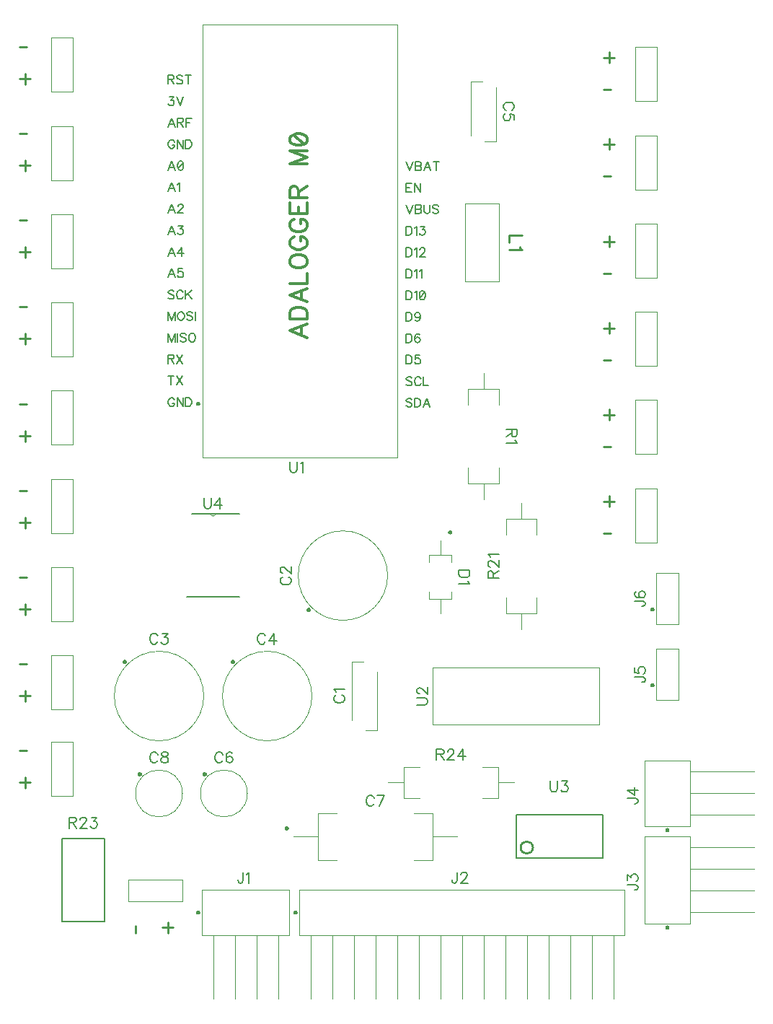
<source format=gbr>
G04 DipTrace 4.2.0.1*
G04 TopSilk.gbr*
%MOIN*%
G04 #@! TF.FileFunction,Legend,Top*
G04 #@! TF.Part,Single*
%ADD10C,0.004724*%
%ADD27C,0.004699*%
%ADD36C,0.005*%
%ADD39C,0.008005*%
%ADD40C,0.01*%
%ADD42C,0.005997*%
%ADD43C,0.000013*%
%ADD109C,0.00772*%
%ADD110C,0.009264*%
%ADD111C,0.012351*%
%ADD112C,0.006176*%
%FSLAX26Y26*%
G04*
G70*
G90*
G75*
G01*
G04 TopSilk*
%LPD*%
X2084646Y1431102D2*
D10*
Y1701181D1*
X2138976D1*
X2202756Y1656299D2*
Y1386220D1*
X2148425D1*
X1837008Y2100000D2*
G02X1837008Y2100000I206693J0D01*
G01*
G36*
X1885576Y1932033D2*
X1884291Y1932117D1*
X1883029Y1932368D1*
X1881810Y1932782D1*
X1880655Y1933351D1*
X1879584Y1934067D1*
X1878616Y1934916D1*
X1877768Y1935884D1*
X1877052Y1936954D1*
X1876483Y1938109D1*
X1876069Y1939328D1*
X1875818Y1940591D1*
X1875734Y1941875D1*
X1875818Y1943160D1*
X1876069Y1944423D1*
X1876483Y1945642D1*
X1877052Y1946797D1*
X1877768Y1947867D1*
X1878616Y1948835D1*
X1879584Y1949684D1*
X1880655Y1950399D1*
X1881810Y1950969D1*
X1883029Y1951382D1*
X1884291Y1951634D1*
X1885576Y1951718D1*
D1*
X1886861Y1951634D1*
X1888124Y1951382D1*
X1889343Y1950969D1*
X1890497Y1950399D1*
X1891568Y1949684D1*
X1892536Y1948835D1*
X1893385Y1947867D1*
X1894100Y1946797D1*
X1894669Y1945642D1*
X1895083Y1944423D1*
X1895334Y1943160D1*
X1895419Y1941875D1*
X1895334Y1940591D1*
X1895083Y1939328D1*
X1894669Y1938109D1*
X1894100Y1936954D1*
X1893385Y1935884D1*
X1892536Y1934916D1*
X1891568Y1934067D1*
X1890497Y1933351D1*
X1889343Y1932782D1*
X1888124Y1932368D1*
X1886861Y1932117D1*
X1885576Y1932033D1*
D1*
G37*
X987008Y1543701D2*
D10*
G02X987008Y1543701I206693J0D01*
G01*
G36*
X1025734Y1701825D2*
X1025818Y1703110D1*
X1026069Y1704373D1*
X1026483Y1705592D1*
X1027052Y1706747D1*
X1027768Y1707817D1*
X1028616Y1708785D1*
X1029584Y1709634D1*
X1030655Y1710349D1*
X1031810Y1710919D1*
X1033029Y1711333D1*
X1034291Y1711584D1*
X1035576Y1711668D1*
X1036861Y1711584D1*
X1038124Y1711333D1*
X1039343Y1710919D1*
X1040497Y1710349D1*
X1041568Y1709634D1*
X1042536Y1708785D1*
X1043385Y1707817D1*
X1044100Y1706747D1*
X1044669Y1705592D1*
X1045083Y1704373D1*
X1045334Y1703110D1*
X1045419Y1701825D1*
D1*
X1045334Y1700541D1*
X1045083Y1699278D1*
X1044669Y1698059D1*
X1044100Y1696904D1*
X1043385Y1695834D1*
X1042536Y1694866D1*
X1041568Y1694017D1*
X1040497Y1693302D1*
X1039343Y1692732D1*
X1038124Y1692318D1*
X1036861Y1692067D1*
X1035576Y1691983D1*
X1034291Y1692067D1*
X1033029Y1692318D1*
X1031810Y1692732D1*
X1030655Y1693302D1*
X1029584Y1694017D1*
X1028616Y1694866D1*
X1027768Y1695834D1*
X1027052Y1696904D1*
X1026483Y1698059D1*
X1026069Y1699278D1*
X1025818Y1700541D1*
X1025734Y1701825D1*
D1*
G37*
X1487008Y1543701D2*
D10*
G02X1487008Y1543701I206693J0D01*
G01*
G36*
X1525734Y1701825D2*
X1525818Y1703110D1*
X1526069Y1704373D1*
X1526483Y1705592D1*
X1527052Y1706747D1*
X1527768Y1707817D1*
X1528616Y1708785D1*
X1529584Y1709634D1*
X1530655Y1710349D1*
X1531810Y1710919D1*
X1533029Y1711333D1*
X1534291Y1711584D1*
X1535576Y1711668D1*
X1536861Y1711584D1*
X1538124Y1711333D1*
X1539343Y1710919D1*
X1540497Y1710349D1*
X1541568Y1709634D1*
X1542536Y1708785D1*
X1543385Y1707817D1*
X1544100Y1706747D1*
X1544669Y1705592D1*
X1545083Y1704373D1*
X1545334Y1703110D1*
X1545419Y1701825D1*
D1*
X1545334Y1700541D1*
X1545083Y1699278D1*
X1544669Y1698059D1*
X1544100Y1696904D1*
X1543385Y1695834D1*
X1542536Y1694866D1*
X1541568Y1694017D1*
X1540497Y1693302D1*
X1539343Y1692732D1*
X1538124Y1692318D1*
X1536861Y1692067D1*
X1535576Y1691983D1*
X1534291Y1692067D1*
X1533029Y1692318D1*
X1531810Y1692732D1*
X1530655Y1693302D1*
X1529584Y1694017D1*
X1528616Y1694866D1*
X1527768Y1695834D1*
X1527052Y1696904D1*
X1526483Y1698059D1*
X1526069Y1699278D1*
X1525818Y1700541D1*
X1525734Y1701825D1*
D1*
G37*
X2752756Y4356299D2*
D10*
Y4105906D1*
X2698425D1*
X2634646Y4131102D2*
Y4381496D1*
X2688976D1*
X1385433Y1093701D2*
G02X1385433Y1093701I108268J0D01*
G01*
G36*
X1395331Y1182228D2*
X1395415Y1183513D1*
X1395666Y1184776D1*
X1396080Y1185995D1*
X1396649Y1187150D1*
X1397365Y1188220D1*
X1398214Y1189188D1*
X1399181Y1190037D1*
X1400252Y1190752D1*
X1401407Y1191322D1*
X1402626Y1191735D1*
X1403889Y1191987D1*
X1405173Y1192071D1*
X1406458Y1191987D1*
X1407721Y1191735D1*
X1408940Y1191322D1*
X1410094Y1190752D1*
X1411165Y1190037D1*
X1412133Y1189188D1*
X1412982Y1188220D1*
X1413697Y1187150D1*
X1414267Y1185995D1*
X1414680Y1184776D1*
X1414932Y1183513D1*
X1415016Y1182228D1*
D1*
X1414932Y1180944D1*
X1414680Y1179681D1*
X1414267Y1178462D1*
X1413697Y1177307D1*
X1412982Y1176237D1*
X1412133Y1175269D1*
X1411165Y1174420D1*
X1410094Y1173704D1*
X1408940Y1173135D1*
X1407721Y1172721D1*
X1406458Y1172470D1*
X1405173Y1172386D1*
X1403889Y1172470D1*
X1402626Y1172721D1*
X1401407Y1173135D1*
X1400252Y1173704D1*
X1399181Y1174420D1*
X1398214Y1175269D1*
X1397365Y1176237D1*
X1396649Y1177307D1*
X1396080Y1178462D1*
X1395666Y1179681D1*
X1395415Y1180944D1*
X1395331Y1182228D1*
D1*
G37*
X2016535Y1001969D2*
D10*
X1927953D1*
Y785433D1*
X2016535D1*
X2370866Y1001969D2*
X2459449D1*
Y785433D1*
X2370866D1*
X1814961Y893701D2*
X1927953D1*
X2459449D2*
X2572441D1*
G36*
X1774409Y931890D2*
X1774494Y933174D1*
X1774745Y934437D1*
X1775159Y935656D1*
X1775728Y936811D1*
X1776443Y937882D1*
X1777292Y938849D1*
X1778260Y939698D1*
X1779331Y940414D1*
X1780485Y940983D1*
X1781705Y941397D1*
X1782967Y941648D1*
X1784252Y941732D1*
X1785537Y941648D1*
X1786799Y941397D1*
X1788019Y940983D1*
X1789173Y940414D1*
X1790244Y939698D1*
X1791212Y938849D1*
X1792061Y937882D1*
X1792776Y936811D1*
X1793345Y935656D1*
X1793759Y934437D1*
X1794010Y933174D1*
X1794094Y931890D1*
D1*
X1794010Y930605D1*
X1793759Y929342D1*
X1793345Y928123D1*
X1792776Y926969D1*
X1792061Y925898D1*
X1791212Y924930D1*
X1790244Y924081D1*
X1789173Y923366D1*
X1788019Y922796D1*
X1786799Y922383D1*
X1785537Y922131D1*
X1784252Y922047D1*
X1782967Y922131D1*
X1781705Y922383D1*
X1780485Y922796D1*
X1779331Y923366D1*
X1778260Y924081D1*
X1777292Y924930D1*
X1776443Y925898D1*
X1775728Y926969D1*
X1775159Y928123D1*
X1774745Y929342D1*
X1774494Y930605D1*
X1774409Y931890D1*
D1*
G37*
X1085433Y1093701D2*
D10*
G02X1085433Y1093701I108268J0D01*
G01*
G36*
X1095331Y1182228D2*
X1095415Y1183513D1*
X1095666Y1184776D1*
X1096080Y1185995D1*
X1096649Y1187150D1*
X1097365Y1188220D1*
X1098214Y1189188D1*
X1099181Y1190037D1*
X1100252Y1190752D1*
X1101407Y1191322D1*
X1102626Y1191735D1*
X1103889Y1191987D1*
X1105173Y1192071D1*
X1106458Y1191987D1*
X1107721Y1191735D1*
X1108940Y1191322D1*
X1110094Y1190752D1*
X1111165Y1190037D1*
X1112133Y1189188D1*
X1112982Y1188220D1*
X1113697Y1187150D1*
X1114267Y1185995D1*
X1114680Y1184776D1*
X1114932Y1183513D1*
X1115016Y1182228D1*
D1*
X1114932Y1180944D1*
X1114680Y1179681D1*
X1114267Y1178462D1*
X1113697Y1177307D1*
X1112982Y1176237D1*
X1112133Y1175269D1*
X1111165Y1174420D1*
X1110094Y1173704D1*
X1108940Y1173135D1*
X1107721Y1172721D1*
X1106458Y1172470D1*
X1105173Y1172386D1*
X1103889Y1172470D1*
X1102626Y1172721D1*
X1101407Y1173135D1*
X1100252Y1173704D1*
X1099181Y1174420D1*
X1098214Y1175269D1*
X1097365Y1176237D1*
X1096649Y1177307D1*
X1096080Y1178462D1*
X1095666Y1179681D1*
X1095415Y1180944D1*
X1095331Y1182228D1*
D1*
G37*
X2546850Y2161811D2*
D10*
Y2196063D1*
X2440551D1*
Y2161811D1*
X2546850Y2025591D2*
Y1991339D1*
X2440551D1*
Y2025591D1*
X2493701Y2261811D2*
Y2196063D1*
Y1991339D2*
Y1925591D1*
G36*
X2539764Y2309843D2*
X2541048Y2309758D1*
X2542311Y2309507D1*
X2543530Y2309093D1*
X2544685Y2308524D1*
X2545756Y2307809D1*
X2546723Y2306960D1*
X2547572Y2305992D1*
X2548288Y2304921D1*
X2548857Y2303767D1*
X2549271Y2302547D1*
X2549522Y2301285D1*
X2549606Y2300000D1*
X2549522Y2298715D1*
X2549271Y2297453D1*
X2548857Y2296233D1*
X2548288Y2295079D1*
X2547572Y2294008D1*
X2546723Y2293040D1*
X2545756Y2292191D1*
X2544685Y2291476D1*
X2543530Y2290907D1*
X2542311Y2290493D1*
X2541048Y2290242D1*
X2539764Y2290157D1*
D1*
X2538479Y2290242D1*
X2537216Y2290493D1*
X2535997Y2290907D1*
X2534843Y2291476D1*
X2533772Y2292191D1*
X2532804Y2293040D1*
X2531955Y2294008D1*
X2531240Y2295079D1*
X2530670Y2296233D1*
X2530257Y2297453D1*
X2530005Y2298715D1*
X2529921Y2300000D1*
X2530005Y2301285D1*
X2530257Y2302547D1*
X2530670Y2303767D1*
X2531240Y2304921D1*
X2531955Y2305992D1*
X2532804Y2306960D1*
X2533772Y2307809D1*
X2534843Y2308524D1*
X2535997Y2309093D1*
X2537216Y2309507D1*
X2538479Y2309758D1*
X2539764Y2309843D1*
D1*
G37*
X1443701Y438701D2*
D10*
Y143701D1*
X1543701Y438701D2*
Y143701D1*
X1643702Y438701D2*
X1643701Y143701D1*
X1743701Y438701D2*
Y143701D1*
G36*
X1364567Y543701D2*
X1364651Y544985D1*
X1364902Y546248D1*
X1365316Y547467D1*
X1365886Y548622D1*
X1366601Y549693D1*
X1367450Y550660D1*
X1368418Y551509D1*
X1369488Y552225D1*
X1370643Y552794D1*
X1371862Y553208D1*
X1373125Y553459D1*
X1374409Y553543D1*
X1375694Y553459D1*
X1376957Y553208D1*
X1378176Y552794D1*
X1379331Y552225D1*
X1380401Y551509D1*
X1381369Y550660D1*
X1382218Y549693D1*
X1382933Y548622D1*
X1383503Y547467D1*
X1383917Y546248D1*
X1384168Y544985D1*
X1384252Y543701D1*
D1*
X1384168Y542416D1*
X1383917Y541153D1*
X1383503Y539934D1*
X1382933Y538780D1*
X1382218Y537709D1*
X1381369Y536741D1*
X1380401Y535892D1*
X1379331Y535177D1*
X1378176Y534607D1*
X1376957Y534194D1*
X1375694Y533942D1*
X1374409Y533858D1*
X1373125Y533942D1*
X1371862Y534194D1*
X1370643Y534607D1*
X1369488Y535177D1*
X1368418Y535892D1*
X1367450Y536741D1*
X1366601Y537709D1*
X1365886Y538780D1*
X1365316Y539934D1*
X1364902Y541153D1*
X1364651Y542416D1*
X1364567Y543701D1*
D1*
G37*
X1391201Y648701D2*
D10*
Y438701D1*
X1796202D1*
Y648701D1*
X1391201D1*
X1993701Y438701D2*
Y143701D1*
X2093701Y438701D2*
Y143701D1*
X2193701Y438701D2*
Y143701D1*
X2293701Y438701D2*
Y143701D1*
X2393701Y438701D2*
Y143701D1*
X1893701Y438701D2*
Y143701D1*
X2493701Y438701D2*
Y143701D1*
X2593701Y438701D2*
Y143701D1*
X2693701Y438701D2*
Y143701D1*
X2793701Y438701D2*
Y143701D1*
X2893701Y438701D2*
Y143701D1*
X2993701Y438701D2*
Y143701D1*
X3093701Y438701D2*
Y143701D1*
X3193701Y438701D2*
Y143701D1*
X3293701Y438701D2*
Y143701D1*
G36*
X1814567Y543701D2*
X1814651Y544985D1*
X1814902Y546248D1*
X1815316Y547467D1*
X1815886Y548622D1*
X1816601Y549693D1*
X1817450Y550660D1*
X1818418Y551509D1*
X1819488Y552225D1*
X1820643Y552794D1*
X1821862Y553208D1*
X1823125Y553459D1*
X1824409Y553543D1*
X1825694Y553459D1*
X1826957Y553208D1*
X1828176Y552794D1*
X1829331Y552225D1*
X1830401Y551509D1*
X1831369Y550660D1*
X1832218Y549693D1*
X1832933Y548622D1*
X1833503Y547467D1*
X1833917Y546248D1*
X1834168Y544985D1*
X1834252Y543701D1*
D1*
X1834168Y542416D1*
X1833917Y541153D1*
X1833503Y539934D1*
X1832933Y538780D1*
X1832218Y537709D1*
X1831369Y536741D1*
X1830401Y535892D1*
X1829331Y535177D1*
X1828176Y534607D1*
X1826957Y534194D1*
X1825694Y533942D1*
X1824409Y533858D1*
X1823125Y533942D1*
X1821862Y534194D1*
X1820643Y534607D1*
X1819488Y535177D1*
X1818418Y535892D1*
X1817450Y536741D1*
X1816601Y537709D1*
X1815886Y538780D1*
X1815316Y539934D1*
X1814902Y541153D1*
X1814651Y542416D1*
X1814567Y543701D1*
D1*
G37*
X1841339Y648701D2*
D10*
Y438701D1*
X3346063D1*
Y648701D1*
X1841339D1*
X3648701Y543701D2*
X3943701D1*
X3648701Y643701D2*
X3943701D1*
X3648701Y743702D2*
X3943701Y743701D1*
X3648701Y843701D2*
X3943701D1*
G36*
X3543701Y464567D2*
X3542416Y464651D1*
X3541153Y464902D1*
X3539934Y465316D1*
X3538780Y465886D1*
X3537709Y466601D1*
X3536741Y467450D1*
X3535892Y468418D1*
X3535177Y469488D1*
X3534607Y470643D1*
X3534194Y471862D1*
X3533942Y473125D1*
X3533858Y474409D1*
X3533942Y475694D1*
X3534194Y476957D1*
X3534607Y478176D1*
X3535177Y479331D1*
X3535892Y480401D1*
X3536741Y481369D1*
X3537709Y482218D1*
X3538780Y482933D1*
X3539934Y483503D1*
X3541153Y483917D1*
X3542416Y484168D1*
X3543701Y484252D1*
D1*
X3544985Y484168D1*
X3546248Y483917D1*
X3547467Y483503D1*
X3548622Y482933D1*
X3549693Y482218D1*
X3550660Y481369D1*
X3551509Y480401D1*
X3552225Y479331D1*
X3552794Y478176D1*
X3553208Y476957D1*
X3553459Y475694D1*
X3553543Y474409D1*
X3553459Y473125D1*
X3553208Y471862D1*
X3552794Y470643D1*
X3552225Y469488D1*
X3551509Y468418D1*
X3550660Y467450D1*
X3549693Y466601D1*
X3548622Y465886D1*
X3547467Y465316D1*
X3546248Y464902D1*
X3544985Y464651D1*
X3543701Y464567D1*
D1*
G37*
X3438701Y491201D2*
D10*
X3648701D1*
Y896202D1*
X3438701D1*
Y491201D1*
X3648701Y993703D2*
D27*
X3943701Y993708D1*
X3648699Y1093703D2*
X3943699Y1093708D1*
X3648697Y1193703D2*
X3943697Y1193708D1*
G36*
X3543703Y914550D2*
X3542417Y914634D1*
X3541153Y914885D1*
X3539933Y915300D1*
X3538777Y915869D1*
X3537706Y916585D1*
X3536737Y917435D1*
X3535888Y918403D1*
X3535172Y919475D1*
X3534602Y920630D1*
X3534188Y921851D1*
X3533936Y923114D1*
X3533852Y924400D1*
X3533936Y925686D1*
X3534188Y926949D1*
X3534602Y928170D1*
X3535172Y929325D1*
X3535887Y930397D1*
X3536737Y931365D1*
X3537706Y932215D1*
X3538777Y932931D1*
X3539933Y933501D1*
X3541153Y933915D1*
X3542416Y934166D1*
X3543702Y934251D1*
D1*
X3544988Y934166D1*
X3546252Y933915D1*
X3547472Y933501D1*
X3548627Y932931D1*
X3549699Y932215D1*
X3550668Y931366D1*
X3551517Y930397D1*
X3552233Y929326D1*
X3552803Y928170D1*
X3553217Y926950D1*
X3553469Y925686D1*
X3553553Y924400D1*
X3553469Y923115D1*
X3553217Y921851D1*
X3552803Y920631D1*
X3552233Y919475D1*
X3551517Y918404D1*
X3550668Y917435D1*
X3549699Y916585D1*
X3548628Y915870D1*
X3547472Y915300D1*
X3546252Y914885D1*
X3544988Y914634D1*
X3543703Y914550D1*
D1*
G37*
X3438702Y941299D2*
D10*
X3648702Y941302D1*
X3648697Y1246103D1*
X3438697Y1246099D1*
X3438702Y941299D1*
X3491339Y1526772D2*
X3596063D1*
Y1760630D1*
X3491339D1*
Y1526772D1*
G36*
X3474567Y1584016D2*
X3473303Y1584099D1*
X3472060Y1584346D1*
X3470861Y1584753D1*
X3469724Y1585313D1*
X3468671Y1586017D1*
X3467719Y1586852D1*
X3466883Y1587805D1*
X3466179Y1588858D1*
X3465619Y1589994D1*
X3465212Y1591194D1*
X3464965Y1592437D1*
X3464882Y1593701D1*
X3464965Y1594965D1*
X3465212Y1596207D1*
X3465619Y1597407D1*
X3466179Y1598543D1*
X3466883Y1599597D1*
X3467719Y1600549D1*
X3468671Y1601384D1*
X3469724Y1602088D1*
X3470861Y1602649D1*
X3472060Y1603056D1*
X3473303Y1603303D1*
X3474567Y1603386D1*
D1*
X3475831Y1603303D1*
X3477074Y1603056D1*
X3478273Y1602649D1*
X3479409Y1602088D1*
X3480463Y1601384D1*
X3481415Y1600549D1*
X3482251Y1599597D1*
X3482954Y1598543D1*
X3483515Y1597407D1*
X3483922Y1596207D1*
X3484169Y1594965D1*
X3484252Y1593701D1*
X3484169Y1592437D1*
X3483922Y1591194D1*
X3483515Y1589994D1*
X3482954Y1588858D1*
X3482251Y1587805D1*
X3481415Y1586852D1*
X3480463Y1586017D1*
X3479409Y1585313D1*
X3478273Y1584753D1*
X3477074Y1584346D1*
X3475831Y1584099D1*
X3474567Y1584016D1*
D1*
G37*
X3491341Y1876771D2*
D10*
X3596065Y1876773D1*
X3596061Y2110631D1*
X3491336Y2110629D1*
X3491341Y1876771D1*
G36*
X3474568Y1934015D2*
X3473304Y1934097D1*
X3472061Y1934345D1*
X3470862Y1934752D1*
X3469725Y1935312D1*
X3468672Y1936016D1*
X3467720Y1936851D1*
X3466884Y1937804D1*
X3466180Y1938857D1*
X3465620Y1939993D1*
X3465213Y1941193D1*
X3464966Y1942435D1*
X3464883Y1943699D1*
X3464966Y1944964D1*
X3465213Y1946206D1*
X3465620Y1947406D1*
X3466180Y1948542D1*
X3466884Y1949595D1*
X3467719Y1950548D1*
X3468672Y1951383D1*
X3469725Y1952087D1*
X3470861Y1952647D1*
X3472061Y1953055D1*
X3473304Y1953302D1*
X3474568Y1953385D1*
D1*
X3475832Y1953302D1*
X3477074Y1953055D1*
X3478274Y1952648D1*
X3479410Y1952087D1*
X3480464Y1951383D1*
X3481416Y1950548D1*
X3482251Y1949596D1*
X3482955Y1948542D1*
X3483516Y1947406D1*
X3483923Y1946207D1*
X3484170Y1944964D1*
X3484253Y1943700D1*
X3484170Y1942436D1*
X3483923Y1941193D1*
X3483516Y1939994D1*
X3482955Y1938857D1*
X3482252Y1937804D1*
X3481416Y1936851D1*
X3480464Y1936016D1*
X3479411Y1935312D1*
X3478274Y1934752D1*
X3477075Y1934345D1*
X3475832Y1934098D1*
X3474568Y1934015D1*
D1*
G37*
X2764626Y2889764D2*
D10*
Y2962598D1*
X2622776D1*
Y2889764D1*
X2764626Y2597638D2*
Y2524803D1*
X2622776D1*
Y2597638D1*
X2693701Y3036614D2*
Y2962598D1*
Y2524803D2*
Y2450787D1*
X2797776Y1997638D2*
Y1924803D1*
X2939626D1*
Y1997638D1*
X2797776Y2289764D2*
Y2362598D1*
X2939626D1*
Y2289764D1*
X2868701Y1850787D2*
Y1924803D1*
Y2362598D2*
Y2436614D1*
X745276Y884646D2*
D36*
X942126D1*
Y502756D1*
X745276D1*
Y884646D1*
X2397638Y1214626D2*
D10*
X2324803D1*
Y1072776D1*
X2397638D1*
X2689764Y1214626D2*
X2762598D1*
Y1072776D1*
X2689764D1*
X2250787Y1143701D2*
X2324803D1*
X2762598D2*
X2836614D1*
G36*
X1364882Y2893701D2*
X1364965Y2894965D1*
X1365212Y2896207D1*
X1365619Y2897407D1*
X1366179Y2898543D1*
X1366883Y2899597D1*
X1367719Y2900549D1*
X1368671Y2901384D1*
X1369724Y2902088D1*
X1370861Y2902649D1*
X1372060Y2903056D1*
X1373303Y2903303D1*
X1374567Y2903386D1*
X1375831Y2903303D1*
X1377074Y2903056D1*
X1378273Y2902649D1*
X1379409Y2902088D1*
X1380463Y2901384D1*
X1381415Y2900549D1*
X1382251Y2899597D1*
X1382954Y2898543D1*
X1383515Y2897407D1*
X1383922Y2896207D1*
X1384169Y2894965D1*
X1384252Y2893701D1*
D1*
X1384169Y2892437D1*
X1383922Y2891194D1*
X1383515Y2889994D1*
X1382954Y2888858D1*
X1382251Y2887805D1*
X1381415Y2886852D1*
X1380463Y2886017D1*
X1379409Y2885313D1*
X1378273Y2884753D1*
X1377074Y2884346D1*
X1375831Y2884099D1*
X1374567Y2884016D1*
X1373303Y2884099D1*
X1372060Y2884346D1*
X1370861Y2884753D1*
X1369724Y2885313D1*
X1368671Y2886017D1*
X1367719Y2886852D1*
X1366883Y2887805D1*
X1366179Y2888858D1*
X1365619Y2889994D1*
X1365212Y2891194D1*
X1364965Y2892437D1*
X1364882Y2893701D1*
D1*
G37*
X1393701Y4643701D2*
D10*
Y2643701D1*
X2293701D1*
Y4643701D1*
X1393701D1*
X2458701Y1411201D2*
X3228701D1*
Y1676201D1*
X2458701D1*
Y1411201D1*
X2843701Y993701D2*
D39*
X3243701D1*
X2843701D2*
Y833701D1*
X3243701Y993701D2*
Y793701D1*
X2843701D2*
X3243701D1*
X2843701D2*
Y833701D1*
Y853701D1*
X2865420Y843701D2*
D40*
G02X2865420Y843701I28281J0D01*
G01*
X1322703Y2000696D2*
D42*
X1564698D1*
Y2386706D2*
X1455696D1*
X1431706D1*
X1344698D1*
X1455696D2*
D43*
G02X1431706Y2386706I-11995J-13D01*
G01*
X693701Y4584252D2*
D10*
X793701D1*
Y4334252D1*
X693701D1*
Y4584252D1*
Y4176772D2*
X793701D1*
Y3926772D1*
X693701D1*
Y4176772D1*
Y3769291D2*
X793701D1*
Y3519291D1*
X693701D1*
Y3769291D1*
Y3361811D2*
X793701D1*
Y3111811D1*
X693701D1*
Y3361811D1*
Y2954331D2*
X793701D1*
Y2704331D1*
X693701D1*
Y2954331D1*
Y2546850D2*
X793701D1*
Y2296850D1*
X693701D1*
Y2546850D1*
Y2139370D2*
X793701D1*
Y1889370D1*
X693701D1*
Y2139370D1*
Y1731890D2*
X793701D1*
Y1481890D1*
X693701D1*
Y1731890D1*
Y1332283D2*
X793701D1*
Y1082283D1*
X693701D1*
Y1332283D1*
X1053150Y693701D2*
X1303150D1*
Y593701D1*
X1053150D1*
Y693701D1*
X3393701Y2503150D2*
X3493701D1*
Y2253150D1*
X3393701D1*
Y2503150D1*
Y2910630D2*
X3493701D1*
Y2660630D1*
X3393701D1*
Y2910630D1*
Y3318110D2*
X3493701D1*
Y3068110D1*
X3393701D1*
Y3318110D1*
Y3725591D2*
X3493701D1*
Y3475591D1*
X3393701D1*
Y3725591D1*
Y4133071D2*
X3493701D1*
Y3883071D1*
X3393701D1*
Y4133071D1*
Y4540551D2*
X3493701D1*
Y4290551D1*
X3393701D1*
Y4540551D1*
X2609441Y3819598D2*
X2766921D1*
Y3457394D1*
X2609441D1*
Y3819598D1*
X2871940Y3672167D2*
D110*
X2811652D1*
Y3637745D1*
X2860399Y3619218D2*
X2863318Y3613448D1*
X2871873Y3604825D1*
X2811652D1*
X548333Y4543173D2*
X581494D1*
X574132Y4420047D2*
Y4368381D1*
X548333Y4394181D2*
X599999D1*
X548333Y4143173D2*
X581494D1*
X574132Y4020047D2*
Y3968381D1*
X548333Y3994181D2*
X599999D1*
X548333Y3743173D2*
X581494D1*
X574132Y3620047D2*
Y3568381D1*
X548333Y3594181D2*
X599999D1*
X548333Y3343173D2*
X581494D1*
X574132Y3220047D2*
Y3168381D1*
X548333Y3194181D2*
X599999D1*
X548333Y2893173D2*
X581494D1*
X574132Y2770047D2*
Y2718381D1*
X548333Y2744181D2*
X599999D1*
X548333Y2493173D2*
X581494D1*
X574132Y2370047D2*
Y2318381D1*
X548333Y2344181D2*
X599999D1*
X548333Y2093173D2*
X581494D1*
X574132Y1970047D2*
Y1918381D1*
X548333Y1944181D2*
X599999D1*
X548333Y1693173D2*
X581494D1*
X574132Y1570047D2*
Y1518381D1*
X548333Y1544181D2*
X599999D1*
X548333Y1293173D2*
X581494D1*
X574132Y1170047D2*
Y1118381D1*
X548333Y1144181D2*
X599999D1*
X1084780Y448333D2*
Y481494D1*
X1207906Y474132D2*
X1259572D1*
X1233772Y448333D2*
Y499999D1*
X3274132Y4519006D2*
Y4467340D1*
X3248333Y4493140D2*
X3299999D1*
X3248333Y4344214D2*
X3281494D1*
X3274132Y4119006D2*
Y4067340D1*
X3248333Y4093140D2*
X3299999D1*
X3248333Y3944214D2*
X3281494D1*
X3274132Y3669006D2*
Y3617340D1*
X3248333Y3643140D2*
X3299999D1*
X3248333Y3494214D2*
X3281494D1*
X3274132Y3269006D2*
Y3217340D1*
X3248333Y3243140D2*
X3299999D1*
X3248333Y3094214D2*
X3281494D1*
X3274132Y2869006D2*
Y2817340D1*
X3248333Y2843140D2*
X3299999D1*
X3248333Y2694214D2*
X3281494D1*
X3274132Y2469006D2*
Y2417340D1*
X3248333Y2443140D2*
X3299999D1*
X3248333Y2294214D2*
X3281494D1*
X2013518Y1547919D2*
D109*
X2008765Y1545543D1*
X2003957Y1540734D1*
X2001580Y1535981D1*
Y1526420D1*
X2003957Y1521611D1*
X2008765Y1516858D1*
X2013518Y1514426D1*
X2020703Y1512049D1*
X2032697D1*
X2039827Y1514426D1*
X2044635Y1516858D1*
X2049388Y1521611D1*
X2051820Y1526420D1*
Y1535981D1*
X2049388Y1540734D1*
X2044635Y1545543D1*
X2039827Y1547919D1*
X2011197Y1563359D2*
X2008765Y1568167D1*
X2001635Y1575352D1*
X2051820D1*
X1765880Y2093469D2*
X1761127Y2091092D1*
X1756319Y2086284D1*
X1753942Y2081530D1*
Y2071969D1*
X1756319Y2067160D1*
X1761127Y2062407D1*
X1765880Y2059975D1*
X1773066Y2057599D1*
X1785059D1*
X1792189Y2059975D1*
X1796997Y2062407D1*
X1801750Y2067160D1*
X1804182Y2071969D1*
Y2081530D1*
X1801750Y2086284D1*
X1796997Y2091092D1*
X1792189Y2093469D1*
X1765936Y2111340D2*
X1763559D1*
X1758751Y2113716D1*
X1756374Y2116093D1*
X1753998Y2120901D1*
Y2130463D1*
X1756374Y2135216D1*
X1758751Y2137593D1*
X1763559Y2140025D1*
X1768312D1*
X1773121Y2137593D1*
X1780251Y2132840D1*
X1804182Y2108908D1*
Y2142401D1*
X1187169Y1821521D2*
X1184793Y1826274D1*
X1179984Y1831083D1*
X1175231Y1833459D1*
X1165670D1*
X1160861Y1831083D1*
X1156108Y1826274D1*
X1153676Y1821521D1*
X1151300Y1814336D1*
Y1802343D1*
X1153676Y1795213D1*
X1156108Y1790404D1*
X1160861Y1785651D1*
X1165670Y1783219D1*
X1175231D1*
X1179984Y1785651D1*
X1184793Y1790404D1*
X1187169Y1795213D1*
X1207417Y1833404D2*
X1233670D1*
X1219355Y1814281D1*
X1226540D1*
X1231294Y1811904D1*
X1233670Y1809528D1*
X1236102Y1802343D1*
Y1797589D1*
X1233670Y1790404D1*
X1228917Y1785596D1*
X1221732Y1783219D1*
X1214547D1*
X1207417Y1785596D1*
X1205041Y1788028D1*
X1202609Y1792781D1*
X1685981Y1821521D2*
X1683605Y1826274D1*
X1678796Y1831083D1*
X1674043Y1833459D1*
X1664481D1*
X1659673Y1831083D1*
X1654920Y1826274D1*
X1652488Y1821521D1*
X1650111Y1814336D1*
Y1802343D1*
X1652488Y1795213D1*
X1654920Y1790404D1*
X1659673Y1785651D1*
X1664481Y1783219D1*
X1674043D1*
X1678796Y1785651D1*
X1683605Y1790404D1*
X1685981Y1795213D1*
X1725352Y1783219D2*
Y1833404D1*
X1701420Y1799966D1*
X1737290D1*
X2823883Y4250232D2*
X2828636Y4252609D1*
X2833445Y4257417D1*
X2835822Y4262170D1*
Y4271732D1*
X2833445Y4276540D1*
X2828636Y4281294D1*
X2823883Y4283725D1*
X2816698Y4286102D1*
X2804705D1*
X2797575Y4283725D1*
X2792767Y4281294D1*
X2788013Y4276540D1*
X2785581Y4271732D1*
Y4262170D1*
X2788013Y4257417D1*
X2792767Y4252609D1*
X2797575Y4250232D1*
X2835766Y4206108D2*
Y4229984D1*
X2814266Y4232361D1*
X2816643Y4229984D1*
X2819075Y4222799D1*
Y4215670D1*
X2816643Y4208485D1*
X2811890Y4203676D1*
X2804705Y4201300D1*
X2799952D1*
X2792767Y4203676D1*
X2787958Y4208485D1*
X2785581Y4215670D1*
Y4222799D1*
X2787958Y4229984D1*
X2790390Y4232361D1*
X2795143Y4234793D1*
X1488385Y1273096D2*
X1486009Y1277849D1*
X1481200Y1282658D1*
X1476447Y1285034D1*
X1466886D1*
X1462077Y1282658D1*
X1457324Y1277849D1*
X1454892Y1273096D1*
X1452515Y1265911D1*
Y1253917D1*
X1454892Y1246788D1*
X1457324Y1241979D1*
X1462077Y1237226D1*
X1466886Y1234794D1*
X1476447D1*
X1481200Y1237226D1*
X1486009Y1241979D1*
X1488385Y1246788D1*
X1532510Y1277849D2*
X1530133Y1282602D1*
X1522948Y1284979D1*
X1518195D1*
X1511010Y1282602D1*
X1506201Y1275417D1*
X1503825Y1263479D1*
Y1251541D1*
X1506201Y1241979D1*
X1511010Y1237171D1*
X1518195Y1234794D1*
X1520571D1*
X1527701Y1237171D1*
X1532510Y1241979D1*
X1534886Y1249164D1*
Y1251541D1*
X1532510Y1258726D1*
X1527701Y1263479D1*
X1520571Y1265856D1*
X1518195D1*
X1511010Y1263479D1*
X1506201Y1258726D1*
X1503825Y1251541D1*
X2187169Y1073096D2*
X2184793Y1077849D1*
X2179984Y1082658D1*
X2175231Y1085034D1*
X2165670D1*
X2160861Y1082658D1*
X2156108Y1077849D1*
X2153676Y1073096D1*
X2151300Y1065911D1*
Y1053917D1*
X2153676Y1046788D1*
X2156108Y1041979D1*
X2160861Y1037226D1*
X2165670Y1034794D1*
X2175231D1*
X2179984Y1037226D1*
X2184793Y1041979D1*
X2187169Y1046788D1*
X2212170Y1034794D2*
X2236102Y1084979D1*
X2202609D1*
X1187197Y1273096D2*
X1184821Y1277849D1*
X1180012Y1282658D1*
X1175259Y1285034D1*
X1165697D1*
X1160889Y1282658D1*
X1156136Y1277849D1*
X1153704Y1273096D1*
X1151327Y1265911D1*
Y1253917D1*
X1153704Y1246788D1*
X1156136Y1241979D1*
X1160889Y1237226D1*
X1165697Y1234794D1*
X1175259D1*
X1180012Y1237226D1*
X1184821Y1241979D1*
X1187197Y1246788D1*
X1214575Y1284979D2*
X1207445Y1282602D1*
X1205013Y1277849D1*
Y1273041D1*
X1207445Y1268287D1*
X1212198Y1265856D1*
X1221760Y1263479D1*
X1228945Y1261102D1*
X1233698Y1256294D1*
X1236074Y1251541D1*
Y1244356D1*
X1233698Y1239603D1*
X1231321Y1237171D1*
X1224136Y1234794D1*
X1214575D1*
X1207445Y1237171D1*
X1205013Y1239603D1*
X1202636Y1244356D1*
Y1251541D1*
X1205013Y1256294D1*
X1209821Y1261102D1*
X1216951Y1263479D1*
X1226513Y1265856D1*
X1231321Y1268287D1*
X1233698Y1273041D1*
Y1277849D1*
X1231321Y1282602D1*
X1224136Y1284979D1*
X1214575D1*
X2629916Y2124164D2*
X2579676D1*
Y2107417D1*
X2582108Y2100232D1*
X2586861Y2095424D1*
X2591669Y2093047D1*
X2598799Y2090670D1*
X2610793D1*
X2617978Y2093047D1*
X2622731Y2095424D1*
X2627539Y2100232D1*
X2629916Y2107417D1*
Y2124164D1*
X2620299Y2075231D2*
X2622731Y2070423D1*
X2629861Y2063238D1*
X2579676D1*
X1582571Y729798D2*
Y691551D1*
X1580194Y684366D1*
X1577763Y681990D1*
X1573009Y679558D1*
X1568201D1*
X1563448Y681990D1*
X1561071Y684366D1*
X1558639Y691551D1*
Y696305D1*
X1598010Y720181D2*
X1602819Y722613D1*
X1610004Y729743D1*
Y679558D1*
X2571752Y729798D2*
Y691551D1*
X2569375Y684366D1*
X2566943Y681990D1*
X2562190Y679558D1*
X2557381D1*
X2552628Y681990D1*
X2550252Y684366D1*
X2547820Y691551D1*
Y696305D1*
X2589623Y717804D2*
Y720181D1*
X2591999Y724989D1*
X2594376Y727366D1*
X2599184Y729743D1*
X2608746D1*
X2613499Y727366D1*
X2615876Y724989D1*
X2618308Y720181D1*
Y715428D1*
X2615876Y710619D1*
X2611122Y703490D1*
X2587191Y679558D1*
X2620684D1*
X3357604Y671821D2*
X3395850D1*
X3403035Y669444D1*
X3405412Y667013D1*
X3407844Y662259D1*
Y657451D1*
X3405412Y652698D1*
X3403035Y650321D1*
X3395850Y647889D1*
X3391097D1*
X3357659Y692069D2*
Y718322D1*
X3376782Y704007D1*
Y711192D1*
X3379159Y715945D1*
X3381535Y718322D1*
X3388720Y720754D1*
X3393474D1*
X3400659Y718322D1*
X3405467Y713569D1*
X3407844Y706384D1*
Y699199D1*
X3405467Y692069D1*
X3403035Y689692D1*
X3398282Y687260D1*
X3357603Y1070570D2*
X3395849Y1070571D1*
X3403034Y1068194D1*
X3405411Y1065763D1*
X3407843Y1061010D1*
Y1056201D1*
X3405411Y1051448D1*
X3403035Y1049071D1*
X3395850Y1046639D1*
X3391096D1*
X3407842Y1109942D2*
X3357657Y1109941D1*
X3391096Y1086010D1*
X3391095Y1121880D1*
X3391659Y1631200D2*
X3429905D1*
X3437090Y1628824D1*
X3439467Y1626392D1*
X3441899Y1621639D1*
Y1616830D1*
X3439467Y1612077D1*
X3437090Y1609701D1*
X3429905Y1607269D1*
X3425152D1*
X3391714Y1675324D2*
Y1651448D1*
X3413214Y1649071D1*
X3410837Y1651448D1*
X3408405Y1658633D1*
Y1665763D1*
X3410837Y1672948D1*
X3415591Y1677756D1*
X3422776Y1680133D1*
X3427529D1*
X3434714Y1677756D1*
X3439522Y1672948D1*
X3441899Y1665763D1*
Y1658633D1*
X3439522Y1651448D1*
X3437090Y1649071D1*
X3432337Y1646640D1*
X3391659Y1982414D2*
X3429906D1*
X3437091Y1980038D1*
X3439467Y1977606D1*
X3441899Y1972853D1*
Y1968044D1*
X3439468Y1963291D1*
X3437091Y1960915D1*
X3429906Y1958483D1*
X3425153D1*
X3398843Y2026538D2*
X3394090Y2024161D1*
X3391714Y2016976D1*
Y2012223D1*
X3394090Y2005038D1*
X3401276Y2000230D1*
X3413214Y1997853D1*
X3425152Y1997854D1*
X3434714Y2000230D1*
X3439522Y2005039D1*
X3441898Y2012224D1*
Y2014600D1*
X3439522Y2021730D1*
X3434713Y2026539D1*
X3427528Y2028915D1*
X3425152D1*
X3417967Y2026538D1*
X3413213Y2021730D1*
X3410837Y2014600D1*
Y2012223D1*
X3413214Y2005038D1*
X3417967Y2000230D1*
X3425152Y1997854D1*
X2824095Y2774164D2*
Y2752664D1*
X2826526Y2745479D1*
X2828903Y2743047D1*
X2833656Y2740670D1*
X2838465D1*
X2843218Y2743047D1*
X2845650Y2745479D1*
X2848026Y2752664D1*
Y2774164D1*
X2797786D1*
X2824095Y2757417D2*
X2797786Y2740670D1*
X2838409Y2725231D2*
X2840841Y2720423D1*
X2847971Y2713238D1*
X2797786D1*
X2738307Y2088771D2*
Y2110271D1*
X2735875Y2117456D1*
X2733499Y2119888D1*
X2728745Y2122265D1*
X2723937D1*
X2719184Y2119888D1*
X2716752Y2117456D1*
X2714375Y2110271D1*
Y2088771D1*
X2764615D1*
X2738307Y2105518D2*
X2764615Y2122265D1*
X2726369Y2140136D2*
X2723992D1*
X2719184Y2142512D1*
X2716807Y2144889D1*
X2714431Y2149698D1*
Y2159259D1*
X2716807Y2164012D1*
X2719184Y2166389D1*
X2723992Y2168821D1*
X2728745D1*
X2733554Y2166389D1*
X2740684Y2161636D1*
X2764615Y2137704D1*
Y2171197D1*
X2723992Y2186637D2*
X2721560Y2191445D1*
X2714431Y2198630D1*
X2764615D1*
X778022Y959528D2*
X799521D1*
X806706Y961959D1*
X809138Y964336D1*
X811515Y969089D1*
Y973898D1*
X809138Y978651D1*
X806706Y981083D1*
X799521Y983459D1*
X778022D1*
Y933219D1*
X794768Y959528D2*
X811515Y933219D1*
X829386Y971466D2*
Y973842D1*
X831763Y978651D1*
X834139Y981027D1*
X838948Y983404D1*
X848509D1*
X853262Y981027D1*
X855639Y978651D1*
X858071Y973842D1*
Y969089D1*
X855639Y964281D1*
X850886Y957151D1*
X826954Y933219D1*
X860447D1*
X880695Y983404D2*
X906948D1*
X892633Y964281D1*
X899818D1*
X904572Y961904D1*
X906948Y959528D1*
X909380Y952343D1*
Y947589D1*
X906948Y940404D1*
X902195Y935596D1*
X895010Y933219D1*
X887825D1*
X880695Y935596D1*
X878319Y938028D1*
X875887Y942781D1*
X2476833Y1274095D2*
X2498333D1*
X2505518Y1276526D1*
X2507950Y1278903D1*
X2510327Y1283656D1*
Y1288465D1*
X2507950Y1293218D1*
X2505518Y1295650D1*
X2498333Y1298026D1*
X2476833D1*
Y1247786D1*
X2493580Y1274095D2*
X2510327Y1247786D1*
X2528198Y1286033D2*
Y1288409D1*
X2530574Y1293218D1*
X2532951Y1295594D1*
X2537759Y1297971D1*
X2547321D1*
X2552074Y1295594D1*
X2554451Y1293218D1*
X2556883Y1288409D1*
Y1283656D1*
X2554451Y1278848D1*
X2549698Y1271718D1*
X2525766Y1247786D1*
X2559259D1*
X2598630D2*
Y1297971D1*
X2574698Y1264533D1*
X2610568D1*
X1879073Y3261159D2*
D111*
X1798689Y3230474D1*
X1879073Y3199876D1*
X1852278Y3211373D2*
Y3249663D1*
X1798689Y3285862D2*
X1879073D1*
Y3312657D1*
X1875182Y3324153D1*
X1867577Y3331846D1*
X1859883Y3335649D1*
X1848476Y3339451D1*
X1829286D1*
X1817790Y3335649D1*
X1810185Y3331846D1*
X1802492Y3324153D1*
X1798689Y3312657D1*
Y3285862D1*
X1879073Y3425437D2*
X1798689Y3394751D1*
X1879073Y3364154D1*
X1852278Y3375650D2*
Y3413941D1*
X1798689Y3450140D2*
X1879073D1*
Y3496036D1*
X1798689Y3543731D2*
X1802492Y3536037D1*
X1810185Y3528432D1*
X1817790Y3524541D1*
X1829286Y3520739D1*
X1848476D1*
X1859883Y3524541D1*
X1867577Y3528432D1*
X1875182Y3536037D1*
X1879073Y3543731D1*
Y3559029D1*
X1875182Y3566634D1*
X1867577Y3574328D1*
X1859883Y3578130D1*
X1848476Y3581933D1*
X1829286D1*
X1817790Y3578130D1*
X1810185Y3574328D1*
X1802492Y3566634D1*
X1798689Y3559029D1*
Y3543731D1*
X1817790Y3664028D2*
X1810185Y3660225D1*
X1802492Y3652532D1*
X1798689Y3644926D1*
Y3629628D1*
X1802492Y3621934D1*
X1810185Y3614329D1*
X1817790Y3610438D1*
X1829286Y3606636D1*
X1848476D1*
X1859883Y3610438D1*
X1867577Y3614329D1*
X1875182Y3621934D1*
X1879073Y3629628D1*
Y3644926D1*
X1875182Y3652532D1*
X1867577Y3660225D1*
X1859883Y3664028D1*
X1848476D1*
Y3644926D1*
X1817790Y3746122D2*
X1810185Y3742320D1*
X1802492Y3734626D1*
X1798689Y3727021D1*
Y3711723D1*
X1802492Y3704029D1*
X1810185Y3696424D1*
X1817790Y3692533D1*
X1829286Y3688730D1*
X1848476D1*
X1859883Y3692533D1*
X1867577Y3696424D1*
X1875182Y3704029D1*
X1879073Y3711723D1*
Y3727021D1*
X1875182Y3734626D1*
X1867577Y3742320D1*
X1859883Y3746122D1*
X1848476D1*
Y3727021D1*
X1798689Y3820523D2*
Y3770825D1*
X1879073D1*
Y3820523D1*
X1836980Y3770825D2*
Y3801422D1*
Y3845226D2*
Y3879626D1*
X1833089Y3891122D1*
X1829286Y3895013D1*
X1821681Y3898816D1*
X1813988D1*
X1806383Y3895013D1*
X1802492Y3891122D1*
X1798689Y3879626D1*
Y3845226D1*
X1879073D1*
X1836980Y3872021D2*
X1879073Y3898816D1*
Y4062474D2*
X1798689D1*
X1879073Y4031877D1*
X1798689Y4001280D1*
X1879073D1*
X1798777Y4110169D2*
X1802580Y4098673D1*
X1814076Y4090980D1*
X1833177Y4087177D1*
X1844673D1*
X1863774Y4090980D1*
X1875270Y4098673D1*
X1879073Y4110169D1*
Y4117774D1*
X1875270Y4129270D1*
X1863774Y4136876D1*
X1844673Y4140767D1*
X1833177D1*
X1814076Y4136876D1*
X1802580Y4129270D1*
X1798777Y4117774D1*
Y4110169D1*
X1814076Y4136876D2*
X1863774Y4090980D1*
X1236751Y4391859D2*
D112*
X1253950D1*
X1259698Y4393804D1*
X1261644Y4395705D1*
X1263545Y4399508D1*
Y4403355D1*
X1261644Y4407157D1*
X1259698Y4409103D1*
X1253950Y4411004D1*
X1236751D1*
Y4370812D1*
X1250148Y4391859D2*
X1263545Y4370812D1*
X1302691Y4405256D2*
X1298889Y4409103D1*
X1293141Y4411004D1*
X1285491D1*
X1279743Y4409103D1*
X1275897Y4405256D1*
Y4401453D1*
X1277842Y4397607D1*
X1279743Y4395705D1*
X1283546Y4393804D1*
X1295042Y4389957D1*
X1298889Y4388056D1*
X1300790Y4386111D1*
X1302691Y4382308D1*
Y4376560D1*
X1298889Y4372757D1*
X1293141Y4370812D1*
X1285491D1*
X1279743Y4372757D1*
X1275897Y4376560D1*
X1328440Y4411004D2*
Y4370812D1*
X1315043Y4411004D2*
X1341837D1*
X1240597Y4311653D2*
X1261600D1*
X1250148Y4296355D1*
X1255896D1*
X1259698Y4294453D1*
X1261600Y4292552D1*
X1263545Y4286804D1*
Y4283002D1*
X1261600Y4277254D1*
X1257797Y4273407D1*
X1252049Y4271506D1*
X1246301D1*
X1240597Y4273407D1*
X1238696Y4275352D1*
X1236751Y4279155D1*
X1275897Y4311698D2*
X1291195Y4271506D1*
X1306494Y4311698D1*
X1267392Y4172199D2*
X1252049Y4212391D1*
X1236751Y4172199D1*
X1242499Y4185597D2*
X1261644D1*
X1279743Y4193246D2*
X1296943D1*
X1302691Y4195191D1*
X1304637Y4197093D1*
X1306538Y4200895D1*
Y4204742D1*
X1304637Y4208544D1*
X1302691Y4210490D1*
X1296943Y4212391D1*
X1279743D1*
Y4172199D1*
X1293141Y4193246D2*
X1306538Y4172199D1*
X1343783Y4212391D2*
X1318889D1*
Y4172199D1*
Y4193246D2*
X1334188D1*
X1265447Y4103534D2*
X1263545Y4107337D1*
X1259698Y4111184D1*
X1255896Y4113085D1*
X1248247D1*
X1244400Y4111184D1*
X1240597Y4107337D1*
X1238652Y4103534D1*
X1236751Y4097786D1*
Y4088191D1*
X1238652Y4082488D1*
X1240597Y4078641D1*
X1244400Y4074838D1*
X1248247Y4072893D1*
X1255896D1*
X1259698Y4074838D1*
X1263545Y4078641D1*
X1265447Y4082488D1*
Y4088191D1*
X1255896D1*
X1304593Y4113085D2*
Y4072893D1*
X1277798Y4113085D1*
Y4072893D1*
X1316944Y4113085D2*
Y4072893D1*
X1330341D1*
X1336089Y4074838D1*
X1339936Y4078641D1*
X1341837Y4082488D1*
X1343739Y4088191D1*
Y4097786D1*
X1341837Y4103534D1*
X1339936Y4107337D1*
X1336089Y4111184D1*
X1330341Y4113085D1*
X1316944D1*
X1267392Y3973587D2*
X1252049Y4013779D1*
X1236751Y3973587D1*
X1242499Y3986984D2*
X1261644D1*
X1291239Y4013734D2*
X1285491Y4011833D1*
X1281645Y4006085D1*
X1279743Y3996534D1*
Y3990786D1*
X1281645Y3981236D1*
X1285491Y3975488D1*
X1291239Y3973587D1*
X1295042D1*
X1300790Y3975488D1*
X1304593Y3981236D1*
X1306538Y3990786D1*
Y3996534D1*
X1304593Y4006085D1*
X1300790Y4011833D1*
X1295042Y4013734D1*
X1291239D1*
X1304593Y4006085D2*
X1281645Y3981236D1*
X1267392Y3874280D2*
X1252049Y3914472D1*
X1236751Y3874280D1*
X1242499Y3887678D2*
X1261644D1*
X1279743Y3906779D2*
X1283590Y3908724D1*
X1289338Y3914428D1*
Y3874280D1*
X1267392Y3774974D2*
X1252049Y3815166D1*
X1236751Y3774974D1*
X1242499Y3788371D2*
X1261644D1*
X1281689Y3805571D2*
Y3807472D1*
X1283590Y3811319D1*
X1285491Y3813220D1*
X1289338Y3815122D1*
X1296988D1*
X1300790Y3813220D1*
X1302691Y3811319D1*
X1304637Y3807472D1*
Y3803670D1*
X1302691Y3799823D1*
X1298889Y3794119D1*
X1279743Y3774974D1*
X1306538D1*
X1267392Y3675668D2*
X1252049Y3715860D1*
X1236751Y3675668D1*
X1242499Y3689065D2*
X1261644D1*
X1283590Y3715815D2*
X1304593D1*
X1293141Y3700517D1*
X1298889D1*
X1302691Y3698615D1*
X1304593Y3696714D1*
X1306538Y3690966D1*
Y3687164D1*
X1304593Y3681416D1*
X1300790Y3677569D1*
X1295042Y3675668D1*
X1289294D1*
X1283590Y3677569D1*
X1281689Y3679514D1*
X1279743Y3683317D1*
X1267392Y3576361D2*
X1252049Y3616553D1*
X1236751Y3576361D1*
X1242499Y3589759D2*
X1261644D1*
X1298889Y3576361D2*
Y3616509D1*
X1279743Y3589759D1*
X1308439D1*
X1267392Y3477055D2*
X1252049Y3517247D1*
X1236751Y3477055D1*
X1242499Y3490452D2*
X1261644D1*
X1302691Y3517203D2*
X1283590D1*
X1281689Y3500003D1*
X1283590Y3501904D1*
X1289338Y3503850D1*
X1295042D1*
X1300790Y3501904D1*
X1304637Y3498101D1*
X1306538Y3492353D1*
Y3488551D1*
X1304637Y3482803D1*
X1300790Y3478956D1*
X1295042Y3477055D1*
X1289338D1*
X1283590Y3478956D1*
X1281689Y3480902D1*
X1279743Y3484704D1*
X1263545Y3412192D2*
X1259743Y3416039D1*
X1253995Y3417941D1*
X1246345D1*
X1240597Y3416039D1*
X1236751Y3412192D1*
Y3408390D1*
X1238696Y3404543D1*
X1240597Y3402642D1*
X1244400Y3400741D1*
X1255896Y3396894D1*
X1259743Y3394993D1*
X1261644Y3393047D1*
X1263545Y3389245D1*
Y3383497D1*
X1259743Y3379694D1*
X1253995Y3377749D1*
X1246345D1*
X1240597Y3379694D1*
X1236751Y3383497D1*
X1304593Y3408390D2*
X1302691Y3412192D1*
X1298845Y3416039D1*
X1295042Y3417941D1*
X1287393D1*
X1283546Y3416039D1*
X1279743Y3412192D1*
X1277798Y3408390D1*
X1275897Y3402642D1*
Y3393047D1*
X1277798Y3387343D1*
X1279743Y3383497D1*
X1283546Y3379694D1*
X1287393Y3377749D1*
X1295042D1*
X1298845Y3379694D1*
X1302691Y3383497D1*
X1304593Y3387343D1*
X1316944Y3417941D2*
Y3377749D1*
X1343739Y3417941D2*
X1316944Y3391146D1*
X1326495Y3400741D2*
X1343739Y3377749D1*
X1267348Y3278442D2*
Y3318634D1*
X1252049Y3278442D1*
X1236751Y3318634D1*
Y3278442D1*
X1291195Y3318634D2*
X1287348Y3316733D1*
X1283546Y3312886D1*
X1281600Y3309084D1*
X1279699Y3303336D1*
Y3293741D1*
X1281600Y3288037D1*
X1283546Y3284190D1*
X1287348Y3280388D1*
X1291195Y3278442D1*
X1298845D1*
X1302647Y3280388D1*
X1306494Y3284190D1*
X1308395Y3288037D1*
X1310296Y3293741D1*
Y3303336D1*
X1308395Y3309084D1*
X1306494Y3312886D1*
X1302647Y3316733D1*
X1298845Y3318634D1*
X1291195D1*
X1349442Y3312886D2*
X1345640Y3316733D1*
X1339892Y3318634D1*
X1332243D1*
X1326495Y3316733D1*
X1322648Y3312886D1*
Y3309084D1*
X1324593Y3305237D1*
X1326495Y3303336D1*
X1330297Y3301434D1*
X1341793Y3297588D1*
X1345640Y3295686D1*
X1347541Y3293741D1*
X1349442Y3289938D1*
Y3284190D1*
X1345640Y3280388D1*
X1339892Y3278442D1*
X1332243D1*
X1326495Y3280388D1*
X1322648Y3284190D1*
X1361794Y3318634D2*
Y3278442D1*
X1267348Y3179136D2*
Y3219328D1*
X1252049Y3179136D1*
X1236751Y3219328D1*
Y3179136D1*
X1279699Y3219328D2*
Y3179136D1*
X1318845Y3213580D2*
X1315043Y3217427D1*
X1309295Y3219328D1*
X1301645D1*
X1295897Y3217427D1*
X1292051Y3213580D1*
Y3209777D1*
X1293996Y3205931D1*
X1295897Y3204029D1*
X1299700Y3202128D1*
X1311196Y3198281D1*
X1315043Y3196380D1*
X1316944Y3194434D1*
X1318845Y3190632D1*
Y3184884D1*
X1315043Y3181081D1*
X1309295Y3179136D1*
X1301645D1*
X1295897Y3181081D1*
X1292051Y3184884D1*
X1342693Y3219328D2*
X1338846Y3217427D1*
X1335043Y3213580D1*
X1333098Y3209777D1*
X1331197Y3204029D1*
Y3194434D1*
X1333098Y3188731D1*
X1335043Y3184884D1*
X1338846Y3181081D1*
X1342693Y3179136D1*
X1350342D1*
X1354145Y3181081D1*
X1357991Y3184884D1*
X1359893Y3188731D1*
X1361794Y3194434D1*
Y3204029D1*
X1359893Y3209777D1*
X1357991Y3213580D1*
X1354145Y3217427D1*
X1350342Y3219328D1*
X1342693D1*
X1236751Y3100876D2*
X1253950D1*
X1259698Y3102822D1*
X1261644Y3104723D1*
X1263545Y3108525D1*
Y3112372D1*
X1261644Y3116175D1*
X1259698Y3118120D1*
X1253950Y3120022D1*
X1236751D1*
Y3079829D1*
X1250148Y3100876D2*
X1263545Y3079829D1*
X1275897Y3120022D2*
X1302691Y3079829D1*
Y3120022D2*
X1275897Y3079829D1*
X1250148Y3020715D2*
Y2980523D1*
X1236751Y3020715D2*
X1263545D1*
X1275897D2*
X1302691Y2980523D1*
Y3020715D2*
X1275897Y2980523D1*
X1265447Y2911858D2*
X1263545Y2915661D1*
X1259698Y2919508D1*
X1255896Y2921409D1*
X1248247D1*
X1244400Y2919508D1*
X1240597Y2915661D1*
X1238652Y2911858D1*
X1236751Y2906110D1*
Y2896515D1*
X1238652Y2890812D1*
X1240597Y2886965D1*
X1244400Y2883162D1*
X1248247Y2881217D1*
X1255896D1*
X1259698Y2883162D1*
X1263545Y2886965D1*
X1265447Y2890812D1*
Y2896515D1*
X1255896D1*
X1304593Y2921409D2*
Y2881217D1*
X1277798Y2921409D1*
Y2881217D1*
X1316944Y2921409D2*
Y2881217D1*
X1330341D1*
X1336089Y2883162D1*
X1339936Y2886965D1*
X1341837Y2890812D1*
X1343739Y2896515D1*
Y2906110D1*
X1341837Y2911858D1*
X1339936Y2915661D1*
X1336089Y2919508D1*
X1330341Y2921409D1*
X1316944D1*
X2336751Y4011004D2*
X2352049Y3970812D1*
X2367348Y4011004D1*
X2379699D2*
Y3970812D1*
X2396943D1*
X2402691Y3972757D1*
X2404593Y3974659D1*
X2406494Y3978461D1*
Y3984209D1*
X2404593Y3988056D1*
X2402691Y3989957D1*
X2396943Y3991859D1*
X2402691Y3993804D1*
X2404593Y3995705D1*
X2406494Y3999508D1*
Y4003355D1*
X2404593Y4007157D1*
X2402691Y4009103D1*
X2396943Y4011004D1*
X2379699D1*
Y3991859D2*
X2396943D1*
X2449487Y3970812D2*
X2434144Y4011004D1*
X2418845Y3970812D1*
X2424593Y3984209D2*
X2443739D1*
X2475235Y4011004D2*
Y3970812D1*
X2461838Y4011004D2*
X2488633D1*
X2361600Y3911698D2*
X2336751D1*
Y3871506D1*
X2361600D1*
X2336751Y3892552D2*
X2352049D1*
X2400746Y3911698D2*
Y3871506D1*
X2373951Y3911698D1*
Y3871506D1*
X2336751Y3812391D2*
X2352049Y3772199D1*
X2367348Y3812391D1*
X2379699D2*
Y3772199D1*
X2396943D1*
X2402691Y3774145D1*
X2404593Y3776046D1*
X2406494Y3779849D1*
Y3785597D1*
X2404593Y3789443D1*
X2402691Y3791345D1*
X2396943Y3793246D1*
X2402691Y3795191D1*
X2404593Y3797093D1*
X2406494Y3800895D1*
Y3804742D1*
X2404593Y3808544D1*
X2402691Y3810490D1*
X2396943Y3812391D1*
X2379699D1*
Y3793246D2*
X2396943D1*
X2418845Y3812391D2*
Y3783695D1*
X2420747Y3777947D1*
X2424593Y3774145D1*
X2430341Y3772199D1*
X2434144D1*
X2439892Y3774145D1*
X2443739Y3777947D1*
X2445640Y3783695D1*
Y3812391D1*
X2484786Y3806643D2*
X2480983Y3810490D1*
X2475235Y3812391D1*
X2467586D1*
X2461838Y3810490D1*
X2457991Y3806643D1*
Y3802841D1*
X2459937Y3798994D1*
X2461838Y3797093D1*
X2465641Y3795191D1*
X2477137Y3791345D1*
X2480983Y3789443D1*
X2482885Y3787498D1*
X2484786Y3783695D1*
Y3777947D1*
X2480983Y3774145D1*
X2475235Y3772199D1*
X2467586D1*
X2461838Y3774145D1*
X2457991Y3777947D1*
X2336751Y3713085D2*
Y3672893D1*
X2350148D1*
X2355896Y3674838D1*
X2359743Y3678641D1*
X2361644Y3682488D1*
X2363545Y3688191D1*
Y3697786D1*
X2361644Y3703534D1*
X2359743Y3707337D1*
X2355896Y3711184D1*
X2350148Y3713085D1*
X2336751D1*
X2375897Y3705391D2*
X2379743Y3707337D1*
X2385491Y3713041D1*
Y3672893D1*
X2401690Y3713041D2*
X2422692D1*
X2411240Y3697742D1*
X2416988D1*
X2420791Y3695841D1*
X2422692Y3693940D1*
X2424638Y3688191D1*
Y3684389D1*
X2422692Y3678641D1*
X2418889Y3674794D1*
X2413141Y3672893D1*
X2407393D1*
X2401690Y3674794D1*
X2399788Y3676740D1*
X2397843Y3680542D1*
X2336751Y3613779D2*
Y3573587D1*
X2350148D1*
X2355896Y3575532D1*
X2359743Y3579335D1*
X2361644Y3583181D1*
X2363545Y3588885D1*
Y3598480D1*
X2361644Y3604228D1*
X2359743Y3608031D1*
X2355896Y3611877D1*
X2350148Y3613779D1*
X2336751D1*
X2375897Y3606085D2*
X2379743Y3608031D1*
X2385491Y3613734D1*
Y3573587D1*
X2399788Y3604184D2*
Y3606085D1*
X2401690Y3609932D1*
X2403591Y3611833D1*
X2407438Y3613734D1*
X2415087D1*
X2418889Y3611833D1*
X2420791Y3609932D1*
X2422736Y3606085D1*
Y3602282D1*
X2420791Y3598436D1*
X2416988Y3592732D1*
X2397843Y3573587D1*
X2424638D1*
X2336751Y3514472D2*
Y3474280D1*
X2350148D1*
X2355896Y3476226D1*
X2359743Y3480028D1*
X2361644Y3483875D1*
X2363545Y3489579D1*
Y3499174D1*
X2361644Y3504922D1*
X2359743Y3508724D1*
X2355896Y3512571D1*
X2350148Y3514472D1*
X2336751D1*
X2375897Y3506779D2*
X2379743Y3508724D1*
X2385491Y3514428D1*
Y3474280D1*
X2397843Y3506779D2*
X2401690Y3508724D1*
X2407438Y3514428D1*
Y3474280D1*
X2336751Y3415166D2*
Y3374974D1*
X2350148D1*
X2355896Y3376919D1*
X2359743Y3380722D1*
X2361644Y3384569D1*
X2363545Y3390272D1*
Y3399867D1*
X2361644Y3405615D1*
X2359743Y3409418D1*
X2355896Y3413265D1*
X2350148Y3415166D1*
X2336751D1*
X2375897Y3407472D2*
X2379743Y3409418D1*
X2385491Y3415122D1*
Y3374974D1*
X2409339Y3415122D2*
X2403591Y3413220D1*
X2399744Y3407472D1*
X2397843Y3397922D1*
Y3392174D1*
X2399744Y3382623D1*
X2403591Y3376875D1*
X2409339Y3374974D1*
X2413141D1*
X2418889Y3376875D1*
X2422692Y3382623D1*
X2424638Y3392174D1*
Y3397922D1*
X2422692Y3407472D1*
X2418889Y3413220D1*
X2413141Y3415122D1*
X2409339D1*
X2422692Y3407472D2*
X2399744Y3382623D1*
X2336751Y3315860D2*
Y3275668D1*
X2350148D1*
X2355896Y3277613D1*
X2359743Y3281416D1*
X2361644Y3285262D1*
X2363545Y3290966D1*
Y3300561D1*
X2361644Y3306309D1*
X2359743Y3310112D1*
X2355896Y3313958D1*
X2350148Y3315860D1*
X2336751D1*
X2400790Y3302462D2*
X2398845Y3296714D1*
X2395042Y3292867D1*
X2389294Y3290966D1*
X2387393D1*
X2381645Y3292867D1*
X2377842Y3296714D1*
X2375897Y3302462D1*
Y3304363D1*
X2377842Y3310112D1*
X2381645Y3313914D1*
X2387393Y3315815D1*
X2389294D1*
X2395042Y3313914D1*
X2398845Y3310112D1*
X2400790Y3302462D1*
Y3292867D1*
X2398845Y3283317D1*
X2395042Y3277569D1*
X2389294Y3275668D1*
X2385491D1*
X2379743Y3277569D1*
X2377842Y3281416D1*
X2336751Y3216553D2*
Y3176361D1*
X2350148D1*
X2355896Y3178307D1*
X2359743Y3182109D1*
X2361644Y3185956D1*
X2363545Y3191660D1*
Y3201255D1*
X2361644Y3207003D1*
X2359743Y3210805D1*
X2355896Y3214652D1*
X2350148Y3216553D1*
X2336751D1*
X2398845Y3210805D2*
X2396943Y3214608D1*
X2391195Y3216509D1*
X2387393D1*
X2381645Y3214608D1*
X2377798Y3208860D1*
X2375897Y3199309D1*
Y3189759D1*
X2377798Y3182109D1*
X2381645Y3178262D1*
X2387393Y3176361D1*
X2389294D1*
X2394998Y3178262D1*
X2398845Y3182109D1*
X2400746Y3187857D1*
Y3189759D1*
X2398845Y3195507D1*
X2394998Y3199309D1*
X2389294Y3201210D1*
X2387393D1*
X2381645Y3199309D1*
X2377798Y3195507D1*
X2375897Y3189759D1*
X2336751Y3117247D2*
Y3077055D1*
X2350148D1*
X2355896Y3079000D1*
X2359743Y3082803D1*
X2361644Y3086650D1*
X2363545Y3092353D1*
Y3101948D1*
X2361644Y3107696D1*
X2359743Y3111499D1*
X2355896Y3115346D1*
X2350148Y3117247D1*
X2336751D1*
X2398845Y3117203D2*
X2379743D1*
X2377842Y3100003D1*
X2379743Y3101904D1*
X2385491Y3103850D1*
X2391195D1*
X2396943Y3101904D1*
X2400790Y3098101D1*
X2402691Y3092353D1*
Y3088551D1*
X2400790Y3082803D1*
X2396943Y3078956D1*
X2391195Y3077055D1*
X2385491D1*
X2379743Y3078956D1*
X2377842Y3080902D1*
X2375897Y3084704D1*
X2363545Y3012192D2*
X2359743Y3016039D1*
X2353995Y3017941D1*
X2346345D1*
X2340597Y3016039D1*
X2336751Y3012192D1*
Y3008390D1*
X2338696Y3004543D1*
X2340597Y3002642D1*
X2344400Y3000741D1*
X2355896Y2996894D1*
X2359743Y2994993D1*
X2361644Y2993047D1*
X2363545Y2989245D1*
Y2983497D1*
X2359743Y2979694D1*
X2353995Y2977749D1*
X2346345D1*
X2340597Y2979694D1*
X2336751Y2983497D1*
X2404593Y3008390D2*
X2402691Y3012192D1*
X2398845Y3016039D1*
X2395042Y3017941D1*
X2387393D1*
X2383546Y3016039D1*
X2379743Y3012192D1*
X2377798Y3008390D1*
X2375897Y3002642D1*
Y2993047D1*
X2377798Y2987343D1*
X2379743Y2983497D1*
X2383546Y2979694D1*
X2387393Y2977749D1*
X2395042D1*
X2398845Y2979694D1*
X2402691Y2983497D1*
X2404593Y2987343D1*
X2416944Y3017941D2*
Y2977749D1*
X2439892D1*
X2363545Y2912886D2*
X2359743Y2916733D1*
X2353995Y2918634D1*
X2346345D1*
X2340597Y2916733D1*
X2336751Y2912886D1*
Y2909084D1*
X2338696Y2905237D1*
X2340597Y2903336D1*
X2344400Y2901434D1*
X2355896Y2897588D1*
X2359743Y2895686D1*
X2361644Y2893741D1*
X2363545Y2889938D1*
Y2884190D1*
X2359743Y2880388D1*
X2353995Y2878442D1*
X2346345D1*
X2340597Y2880388D1*
X2336751Y2884190D1*
X2375897Y2918634D2*
Y2878442D1*
X2389294D1*
X2395042Y2880388D1*
X2398889Y2884190D1*
X2400790Y2888037D1*
X2402691Y2893741D1*
Y2903336D1*
X2400790Y2909084D1*
X2398889Y2912886D1*
X2395042Y2916733D1*
X2389294Y2918634D1*
X2375897D1*
X2445684Y2878442D2*
X2430341Y2918634D1*
X2415043Y2878442D1*
X2420791Y2891840D2*
X2439936D1*
X1798828Y2626742D2*
D109*
Y2590872D1*
X1801205Y2583687D1*
X1806013Y2578934D1*
X1813198Y2576502D1*
X1817952D1*
X1825137Y2578934D1*
X1829945Y2583687D1*
X1832322Y2590872D1*
Y2626742D1*
X1847761Y2617125D2*
X1852569Y2619557D1*
X1859754Y2626687D1*
Y2576502D1*
X2385478Y1502488D2*
X2421348D1*
X2428533Y1504864D1*
X2433286Y1509673D1*
X2435718Y1516858D1*
Y1521611D1*
X2433286Y1528796D1*
X2428533Y1533605D1*
X2421348Y1535981D1*
X2385478D1*
X2397471Y1553852D2*
X2395095D1*
X2390286Y1556229D1*
X2387910Y1558605D1*
X2385533Y1563414D1*
Y1572976D1*
X2387910Y1577729D1*
X2390286Y1580105D1*
X2395095Y1582537D1*
X2399848D1*
X2404656Y1580105D1*
X2411786Y1575352D1*
X2435718Y1551420D1*
Y1584914D1*
X3002488Y1150926D2*
Y1115057D1*
X3004864Y1107872D1*
X3009673Y1103118D1*
X3016858Y1100686D1*
X3021611D1*
X3028796Y1103118D1*
X3033605Y1107872D1*
X3035981Y1115057D1*
Y1150926D1*
X3056229Y1150871D2*
X3082482D1*
X3068167Y1131748D1*
X3075352D1*
X3080105Y1129371D1*
X3082482Y1126995D1*
X3084914Y1119810D1*
Y1115057D1*
X3082482Y1107872D1*
X3077729Y1103063D1*
X3070544Y1100686D1*
X3063359D1*
X3056229Y1103063D1*
X3053852Y1105495D1*
X3051420Y1110248D1*
X1401300Y2459929D2*
Y2424059D1*
X1403676Y2416874D1*
X1408485Y2412121D1*
X1415670Y2409689D1*
X1420423D1*
X1427608Y2412121D1*
X1432416Y2416874D1*
X1434793Y2424059D1*
Y2459929D1*
X1474164Y2409689D2*
Y2459874D1*
X1450232Y2426436D1*
X1486102D1*
M02*

</source>
